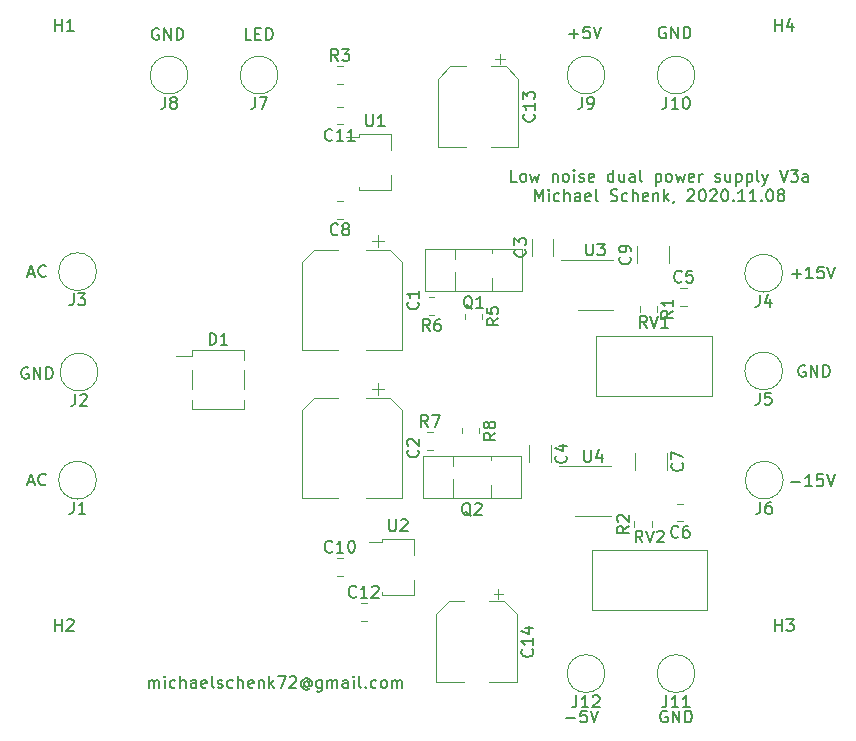
<source format=gbr>
G04 #@! TF.GenerationSoftware,KiCad,Pcbnew,(5.1.7-0-10_14)*
G04 #@! TF.CreationDate,2020-11-09T14:56:20+01:00*
G04 #@! TF.ProjectId,lv-lownoise-psu,6c762d6c-6f77-46e6-9f69-73652d707375,rev?*
G04 #@! TF.SameCoordinates,Original*
G04 #@! TF.FileFunction,Legend,Top*
G04 #@! TF.FilePolarity,Positive*
%FSLAX46Y46*%
G04 Gerber Fmt 4.6, Leading zero omitted, Abs format (unit mm)*
G04 Created by KiCad (PCBNEW (5.1.7-0-10_14)) date 2020-11-09 14:56:20*
%MOMM*%
%LPD*%
G01*
G04 APERTURE LIST*
%ADD10C,0.150000*%
%ADD11C,0.120000*%
G04 APERTURE END LIST*
D10*
X136017095Y-28964000D02*
X135921857Y-28916380D01*
X135779000Y-28916380D01*
X135636142Y-28964000D01*
X135540904Y-29059238D01*
X135493285Y-29154476D01*
X135445666Y-29344952D01*
X135445666Y-29487809D01*
X135493285Y-29678285D01*
X135540904Y-29773523D01*
X135636142Y-29868761D01*
X135779000Y-29916380D01*
X135874238Y-29916380D01*
X136017095Y-29868761D01*
X136064714Y-29821142D01*
X136064714Y-29487809D01*
X135874238Y-29487809D01*
X136493285Y-29916380D02*
X136493285Y-28916380D01*
X137064714Y-29916380D01*
X137064714Y-28916380D01*
X137540904Y-29916380D02*
X137540904Y-28916380D01*
X137779000Y-28916380D01*
X137921857Y-28964000D01*
X138017095Y-29059238D01*
X138064714Y-29154476D01*
X138112333Y-29344952D01*
X138112333Y-29487809D01*
X138064714Y-29678285D01*
X138017095Y-29773523D01*
X137921857Y-29868761D01*
X137779000Y-29916380D01*
X137540904Y-29916380D01*
X127873285Y-29535428D02*
X128635190Y-29535428D01*
X128254238Y-29916380D02*
X128254238Y-29154476D01*
X129587571Y-28916380D02*
X129111380Y-28916380D01*
X129063761Y-29392571D01*
X129111380Y-29344952D01*
X129206619Y-29297333D01*
X129444714Y-29297333D01*
X129539952Y-29344952D01*
X129587571Y-29392571D01*
X129635190Y-29487809D01*
X129635190Y-29725904D01*
X129587571Y-29821142D01*
X129539952Y-29868761D01*
X129444714Y-29916380D01*
X129206619Y-29916380D01*
X129111380Y-29868761D01*
X129063761Y-29821142D01*
X129920904Y-28916380D02*
X130254238Y-29916380D01*
X130587571Y-28916380D01*
X127619285Y-87447428D02*
X128381190Y-87447428D01*
X129333571Y-86828380D02*
X128857380Y-86828380D01*
X128809761Y-87304571D01*
X128857380Y-87256952D01*
X128952619Y-87209333D01*
X129190714Y-87209333D01*
X129285952Y-87256952D01*
X129333571Y-87304571D01*
X129381190Y-87399809D01*
X129381190Y-87637904D01*
X129333571Y-87733142D01*
X129285952Y-87780761D01*
X129190714Y-87828380D01*
X128952619Y-87828380D01*
X128857380Y-87780761D01*
X128809761Y-87733142D01*
X129666904Y-86828380D02*
X130000238Y-87828380D01*
X130333571Y-86828380D01*
X136144095Y-86876000D02*
X136048857Y-86828380D01*
X135906000Y-86828380D01*
X135763142Y-86876000D01*
X135667904Y-86971238D01*
X135620285Y-87066476D01*
X135572666Y-87256952D01*
X135572666Y-87399809D01*
X135620285Y-87590285D01*
X135667904Y-87685523D01*
X135763142Y-87780761D01*
X135906000Y-87828380D01*
X136001238Y-87828380D01*
X136144095Y-87780761D01*
X136191714Y-87733142D01*
X136191714Y-87399809D01*
X136001238Y-87399809D01*
X136620285Y-87828380D02*
X136620285Y-86828380D01*
X137191714Y-87828380D01*
X137191714Y-86828380D01*
X137667904Y-87828380D02*
X137667904Y-86828380D01*
X137906000Y-86828380D01*
X138048857Y-86876000D01*
X138144095Y-86971238D01*
X138191714Y-87066476D01*
X138239333Y-87256952D01*
X138239333Y-87399809D01*
X138191714Y-87590285D01*
X138144095Y-87685523D01*
X138048857Y-87780761D01*
X137906000Y-87828380D01*
X137667904Y-87828380D01*
X93091095Y-29091000D02*
X92995857Y-29043380D01*
X92853000Y-29043380D01*
X92710142Y-29091000D01*
X92614904Y-29186238D01*
X92567285Y-29281476D01*
X92519666Y-29471952D01*
X92519666Y-29614809D01*
X92567285Y-29805285D01*
X92614904Y-29900523D01*
X92710142Y-29995761D01*
X92853000Y-30043380D01*
X92948238Y-30043380D01*
X93091095Y-29995761D01*
X93138714Y-29948142D01*
X93138714Y-29614809D01*
X92948238Y-29614809D01*
X93567285Y-30043380D02*
X93567285Y-29043380D01*
X94138714Y-30043380D01*
X94138714Y-29043380D01*
X94614904Y-30043380D02*
X94614904Y-29043380D01*
X94853000Y-29043380D01*
X94995857Y-29091000D01*
X95091095Y-29186238D01*
X95138714Y-29281476D01*
X95186333Y-29471952D01*
X95186333Y-29614809D01*
X95138714Y-29805285D01*
X95091095Y-29900523D01*
X94995857Y-29995761D01*
X94853000Y-30043380D01*
X94614904Y-30043380D01*
X100957142Y-30043380D02*
X100480952Y-30043380D01*
X100480952Y-29043380D01*
X101290476Y-29519571D02*
X101623809Y-29519571D01*
X101766666Y-30043380D02*
X101290476Y-30043380D01*
X101290476Y-29043380D01*
X101766666Y-29043380D01*
X102195238Y-30043380D02*
X102195238Y-29043380D01*
X102433333Y-29043380D01*
X102576190Y-29091000D01*
X102671428Y-29186238D01*
X102719047Y-29281476D01*
X102766666Y-29471952D01*
X102766666Y-29614809D01*
X102719047Y-29805285D01*
X102671428Y-29900523D01*
X102576190Y-29995761D01*
X102433333Y-30043380D01*
X102195238Y-30043380D01*
X123413761Y-42045380D02*
X122937571Y-42045380D01*
X122937571Y-41045380D01*
X123889952Y-42045380D02*
X123794714Y-41997761D01*
X123747095Y-41950142D01*
X123699476Y-41854904D01*
X123699476Y-41569190D01*
X123747095Y-41473952D01*
X123794714Y-41426333D01*
X123889952Y-41378714D01*
X124032809Y-41378714D01*
X124128047Y-41426333D01*
X124175666Y-41473952D01*
X124223285Y-41569190D01*
X124223285Y-41854904D01*
X124175666Y-41950142D01*
X124128047Y-41997761D01*
X124032809Y-42045380D01*
X123889952Y-42045380D01*
X124556619Y-41378714D02*
X124747095Y-42045380D01*
X124937571Y-41569190D01*
X125128047Y-42045380D01*
X125318523Y-41378714D01*
X126461380Y-41378714D02*
X126461380Y-42045380D01*
X126461380Y-41473952D02*
X126508999Y-41426333D01*
X126604238Y-41378714D01*
X126747095Y-41378714D01*
X126842333Y-41426333D01*
X126889952Y-41521571D01*
X126889952Y-42045380D01*
X127508999Y-42045380D02*
X127413761Y-41997761D01*
X127366142Y-41950142D01*
X127318523Y-41854904D01*
X127318523Y-41569190D01*
X127366142Y-41473952D01*
X127413761Y-41426333D01*
X127508999Y-41378714D01*
X127651857Y-41378714D01*
X127747095Y-41426333D01*
X127794714Y-41473952D01*
X127842333Y-41569190D01*
X127842333Y-41854904D01*
X127794714Y-41950142D01*
X127747095Y-41997761D01*
X127651857Y-42045380D01*
X127508999Y-42045380D01*
X128270904Y-42045380D02*
X128270904Y-41378714D01*
X128270904Y-41045380D02*
X128223285Y-41093000D01*
X128270904Y-41140619D01*
X128318523Y-41093000D01*
X128270904Y-41045380D01*
X128270904Y-41140619D01*
X128699476Y-41997761D02*
X128794714Y-42045380D01*
X128985190Y-42045380D01*
X129080428Y-41997761D01*
X129128047Y-41902523D01*
X129128047Y-41854904D01*
X129080428Y-41759666D01*
X128985190Y-41712047D01*
X128842333Y-41712047D01*
X128747095Y-41664428D01*
X128699476Y-41569190D01*
X128699476Y-41521571D01*
X128747095Y-41426333D01*
X128842333Y-41378714D01*
X128985190Y-41378714D01*
X129080428Y-41426333D01*
X129937571Y-41997761D02*
X129842333Y-42045380D01*
X129651857Y-42045380D01*
X129556619Y-41997761D01*
X129508999Y-41902523D01*
X129508999Y-41521571D01*
X129556619Y-41426333D01*
X129651857Y-41378714D01*
X129842333Y-41378714D01*
X129937571Y-41426333D01*
X129985190Y-41521571D01*
X129985190Y-41616809D01*
X129508999Y-41712047D01*
X131604238Y-42045380D02*
X131604238Y-41045380D01*
X131604238Y-41997761D02*
X131508999Y-42045380D01*
X131318523Y-42045380D01*
X131223285Y-41997761D01*
X131175666Y-41950142D01*
X131128047Y-41854904D01*
X131128047Y-41569190D01*
X131175666Y-41473952D01*
X131223285Y-41426333D01*
X131318523Y-41378714D01*
X131508999Y-41378714D01*
X131604238Y-41426333D01*
X132508999Y-41378714D02*
X132508999Y-42045380D01*
X132080428Y-41378714D02*
X132080428Y-41902523D01*
X132128047Y-41997761D01*
X132223285Y-42045380D01*
X132366142Y-42045380D01*
X132461380Y-41997761D01*
X132508999Y-41950142D01*
X133413761Y-42045380D02*
X133413761Y-41521571D01*
X133366142Y-41426333D01*
X133270904Y-41378714D01*
X133080428Y-41378714D01*
X132985190Y-41426333D01*
X133413761Y-41997761D02*
X133318523Y-42045380D01*
X133080428Y-42045380D01*
X132985190Y-41997761D01*
X132937571Y-41902523D01*
X132937571Y-41807285D01*
X132985190Y-41712047D01*
X133080428Y-41664428D01*
X133318523Y-41664428D01*
X133413761Y-41616809D01*
X134032809Y-42045380D02*
X133937571Y-41997761D01*
X133889952Y-41902523D01*
X133889952Y-41045380D01*
X135175666Y-41378714D02*
X135175666Y-42378714D01*
X135175666Y-41426333D02*
X135270904Y-41378714D01*
X135461380Y-41378714D01*
X135556619Y-41426333D01*
X135604238Y-41473952D01*
X135651857Y-41569190D01*
X135651857Y-41854904D01*
X135604238Y-41950142D01*
X135556619Y-41997761D01*
X135461380Y-42045380D01*
X135270904Y-42045380D01*
X135175666Y-41997761D01*
X136223285Y-42045380D02*
X136128047Y-41997761D01*
X136080428Y-41950142D01*
X136032809Y-41854904D01*
X136032809Y-41569190D01*
X136080428Y-41473952D01*
X136128047Y-41426333D01*
X136223285Y-41378714D01*
X136366142Y-41378714D01*
X136461380Y-41426333D01*
X136509000Y-41473952D01*
X136556619Y-41569190D01*
X136556619Y-41854904D01*
X136509000Y-41950142D01*
X136461380Y-41997761D01*
X136366142Y-42045380D01*
X136223285Y-42045380D01*
X136889952Y-41378714D02*
X137080428Y-42045380D01*
X137270904Y-41569190D01*
X137461380Y-42045380D01*
X137651857Y-41378714D01*
X138413761Y-41997761D02*
X138318523Y-42045380D01*
X138128047Y-42045380D01*
X138032809Y-41997761D01*
X137985190Y-41902523D01*
X137985190Y-41521571D01*
X138032809Y-41426333D01*
X138128047Y-41378714D01*
X138318523Y-41378714D01*
X138413761Y-41426333D01*
X138461380Y-41521571D01*
X138461380Y-41616809D01*
X137985190Y-41712047D01*
X138889952Y-42045380D02*
X138889952Y-41378714D01*
X138889952Y-41569190D02*
X138937571Y-41473952D01*
X138985190Y-41426333D01*
X139080428Y-41378714D01*
X139175666Y-41378714D01*
X140223285Y-41997761D02*
X140318523Y-42045380D01*
X140509000Y-42045380D01*
X140604238Y-41997761D01*
X140651857Y-41902523D01*
X140651857Y-41854904D01*
X140604238Y-41759666D01*
X140509000Y-41712047D01*
X140366142Y-41712047D01*
X140270904Y-41664428D01*
X140223285Y-41569190D01*
X140223285Y-41521571D01*
X140270904Y-41426333D01*
X140366142Y-41378714D01*
X140509000Y-41378714D01*
X140604238Y-41426333D01*
X141509000Y-41378714D02*
X141509000Y-42045380D01*
X141080428Y-41378714D02*
X141080428Y-41902523D01*
X141128047Y-41997761D01*
X141223285Y-42045380D01*
X141366142Y-42045380D01*
X141461380Y-41997761D01*
X141509000Y-41950142D01*
X141985190Y-41378714D02*
X141985190Y-42378714D01*
X141985190Y-41426333D02*
X142080428Y-41378714D01*
X142270904Y-41378714D01*
X142366142Y-41426333D01*
X142413761Y-41473952D01*
X142461380Y-41569190D01*
X142461380Y-41854904D01*
X142413761Y-41950142D01*
X142366142Y-41997761D01*
X142270904Y-42045380D01*
X142080428Y-42045380D01*
X141985190Y-41997761D01*
X142889952Y-41378714D02*
X142889952Y-42378714D01*
X142889952Y-41426333D02*
X142985190Y-41378714D01*
X143175666Y-41378714D01*
X143270904Y-41426333D01*
X143318523Y-41473952D01*
X143366142Y-41569190D01*
X143366142Y-41854904D01*
X143318523Y-41950142D01*
X143270904Y-41997761D01*
X143175666Y-42045380D01*
X142985190Y-42045380D01*
X142889952Y-41997761D01*
X143937571Y-42045380D02*
X143842333Y-41997761D01*
X143794714Y-41902523D01*
X143794714Y-41045380D01*
X144223285Y-41378714D02*
X144461380Y-42045380D01*
X144699476Y-41378714D02*
X144461380Y-42045380D01*
X144366142Y-42283476D01*
X144318523Y-42331095D01*
X144223285Y-42378714D01*
X145699476Y-41045380D02*
X146032809Y-42045380D01*
X146366142Y-41045380D01*
X146604238Y-41045380D02*
X147223285Y-41045380D01*
X146889952Y-41426333D01*
X147032809Y-41426333D01*
X147128047Y-41473952D01*
X147175666Y-41521571D01*
X147223285Y-41616809D01*
X147223285Y-41854904D01*
X147175666Y-41950142D01*
X147128047Y-41997761D01*
X147032809Y-42045380D01*
X146747095Y-42045380D01*
X146651857Y-41997761D01*
X146604238Y-41950142D01*
X148080428Y-42045380D02*
X148080428Y-41521571D01*
X148032809Y-41426333D01*
X147937571Y-41378714D01*
X147747095Y-41378714D01*
X147651857Y-41426333D01*
X148080428Y-41997761D02*
X147985190Y-42045380D01*
X147747095Y-42045380D01*
X147651857Y-41997761D01*
X147604238Y-41902523D01*
X147604238Y-41807285D01*
X147651857Y-41712047D01*
X147747095Y-41664428D01*
X147985190Y-41664428D01*
X148080428Y-41616809D01*
X124985190Y-43695380D02*
X124985190Y-42695380D01*
X125318523Y-43409666D01*
X125651857Y-42695380D01*
X125651857Y-43695380D01*
X126128047Y-43695380D02*
X126128047Y-43028714D01*
X126128047Y-42695380D02*
X126080428Y-42743000D01*
X126128047Y-42790619D01*
X126175666Y-42743000D01*
X126128047Y-42695380D01*
X126128047Y-42790619D01*
X127032809Y-43647761D02*
X126937571Y-43695380D01*
X126747095Y-43695380D01*
X126651857Y-43647761D01*
X126604238Y-43600142D01*
X126556619Y-43504904D01*
X126556619Y-43219190D01*
X126604238Y-43123952D01*
X126651857Y-43076333D01*
X126747095Y-43028714D01*
X126937571Y-43028714D01*
X127032809Y-43076333D01*
X127461380Y-43695380D02*
X127461380Y-42695380D01*
X127889952Y-43695380D02*
X127889952Y-43171571D01*
X127842333Y-43076333D01*
X127747095Y-43028714D01*
X127604238Y-43028714D01*
X127509000Y-43076333D01*
X127461380Y-43123952D01*
X128794714Y-43695380D02*
X128794714Y-43171571D01*
X128747095Y-43076333D01*
X128651857Y-43028714D01*
X128461380Y-43028714D01*
X128366142Y-43076333D01*
X128794714Y-43647761D02*
X128699476Y-43695380D01*
X128461380Y-43695380D01*
X128366142Y-43647761D01*
X128318523Y-43552523D01*
X128318523Y-43457285D01*
X128366142Y-43362047D01*
X128461380Y-43314428D01*
X128699476Y-43314428D01*
X128794714Y-43266809D01*
X129651857Y-43647761D02*
X129556619Y-43695380D01*
X129366142Y-43695380D01*
X129270904Y-43647761D01*
X129223285Y-43552523D01*
X129223285Y-43171571D01*
X129270904Y-43076333D01*
X129366142Y-43028714D01*
X129556619Y-43028714D01*
X129651857Y-43076333D01*
X129699476Y-43171571D01*
X129699476Y-43266809D01*
X129223285Y-43362047D01*
X130270904Y-43695380D02*
X130175666Y-43647761D01*
X130128047Y-43552523D01*
X130128047Y-42695380D01*
X131366142Y-43647761D02*
X131509000Y-43695380D01*
X131747095Y-43695380D01*
X131842333Y-43647761D01*
X131889952Y-43600142D01*
X131937571Y-43504904D01*
X131937571Y-43409666D01*
X131889952Y-43314428D01*
X131842333Y-43266809D01*
X131747095Y-43219190D01*
X131556619Y-43171571D01*
X131461380Y-43123952D01*
X131413761Y-43076333D01*
X131366142Y-42981095D01*
X131366142Y-42885857D01*
X131413761Y-42790619D01*
X131461380Y-42743000D01*
X131556619Y-42695380D01*
X131794714Y-42695380D01*
X131937571Y-42743000D01*
X132794714Y-43647761D02*
X132699476Y-43695380D01*
X132509000Y-43695380D01*
X132413761Y-43647761D01*
X132366142Y-43600142D01*
X132318523Y-43504904D01*
X132318523Y-43219190D01*
X132366142Y-43123952D01*
X132413761Y-43076333D01*
X132509000Y-43028714D01*
X132699476Y-43028714D01*
X132794714Y-43076333D01*
X133223285Y-43695380D02*
X133223285Y-42695380D01*
X133651857Y-43695380D02*
X133651857Y-43171571D01*
X133604238Y-43076333D01*
X133509000Y-43028714D01*
X133366142Y-43028714D01*
X133270904Y-43076333D01*
X133223285Y-43123952D01*
X134509000Y-43647761D02*
X134413761Y-43695380D01*
X134223285Y-43695380D01*
X134128047Y-43647761D01*
X134080428Y-43552523D01*
X134080428Y-43171571D01*
X134128047Y-43076333D01*
X134223285Y-43028714D01*
X134413761Y-43028714D01*
X134509000Y-43076333D01*
X134556619Y-43171571D01*
X134556619Y-43266809D01*
X134080428Y-43362047D01*
X134985190Y-43028714D02*
X134985190Y-43695380D01*
X134985190Y-43123952D02*
X135032809Y-43076333D01*
X135128047Y-43028714D01*
X135270904Y-43028714D01*
X135366142Y-43076333D01*
X135413761Y-43171571D01*
X135413761Y-43695380D01*
X135889952Y-43695380D02*
X135889952Y-42695380D01*
X135985190Y-43314428D02*
X136270904Y-43695380D01*
X136270904Y-43028714D02*
X135889952Y-43409666D01*
X136747095Y-43647761D02*
X136747095Y-43695380D01*
X136699476Y-43790619D01*
X136651857Y-43838238D01*
X137889952Y-42790619D02*
X137937571Y-42743000D01*
X138032809Y-42695380D01*
X138270904Y-42695380D01*
X138366142Y-42743000D01*
X138413761Y-42790619D01*
X138461380Y-42885857D01*
X138461380Y-42981095D01*
X138413761Y-43123952D01*
X137842333Y-43695380D01*
X138461380Y-43695380D01*
X139080428Y-42695380D02*
X139175666Y-42695380D01*
X139270904Y-42743000D01*
X139318523Y-42790619D01*
X139366142Y-42885857D01*
X139413761Y-43076333D01*
X139413761Y-43314428D01*
X139366142Y-43504904D01*
X139318523Y-43600142D01*
X139270904Y-43647761D01*
X139175666Y-43695380D01*
X139080428Y-43695380D01*
X138985190Y-43647761D01*
X138937571Y-43600142D01*
X138889952Y-43504904D01*
X138842333Y-43314428D01*
X138842333Y-43076333D01*
X138889952Y-42885857D01*
X138937571Y-42790619D01*
X138985190Y-42743000D01*
X139080428Y-42695380D01*
X139794714Y-42790619D02*
X139842333Y-42743000D01*
X139937571Y-42695380D01*
X140175666Y-42695380D01*
X140270904Y-42743000D01*
X140318523Y-42790619D01*
X140366142Y-42885857D01*
X140366142Y-42981095D01*
X140318523Y-43123952D01*
X139747095Y-43695380D01*
X140366142Y-43695380D01*
X140985190Y-42695380D02*
X141080428Y-42695380D01*
X141175666Y-42743000D01*
X141223285Y-42790619D01*
X141270904Y-42885857D01*
X141318523Y-43076333D01*
X141318523Y-43314428D01*
X141270904Y-43504904D01*
X141223285Y-43600142D01*
X141175666Y-43647761D01*
X141080428Y-43695380D01*
X140985190Y-43695380D01*
X140889952Y-43647761D01*
X140842333Y-43600142D01*
X140794714Y-43504904D01*
X140747095Y-43314428D01*
X140747095Y-43076333D01*
X140794714Y-42885857D01*
X140842333Y-42790619D01*
X140889952Y-42743000D01*
X140985190Y-42695380D01*
X141747095Y-43600142D02*
X141794714Y-43647761D01*
X141747095Y-43695380D01*
X141699476Y-43647761D01*
X141747095Y-43600142D01*
X141747095Y-43695380D01*
X142747095Y-43695380D02*
X142175666Y-43695380D01*
X142461380Y-43695380D02*
X142461380Y-42695380D01*
X142366142Y-42838238D01*
X142270904Y-42933476D01*
X142175666Y-42981095D01*
X143699476Y-43695380D02*
X143128047Y-43695380D01*
X143413761Y-43695380D02*
X143413761Y-42695380D01*
X143318523Y-42838238D01*
X143223285Y-42933476D01*
X143128047Y-42981095D01*
X144128047Y-43600142D02*
X144175666Y-43647761D01*
X144128047Y-43695380D01*
X144080428Y-43647761D01*
X144128047Y-43600142D01*
X144128047Y-43695380D01*
X144794714Y-42695380D02*
X144889952Y-42695380D01*
X144985190Y-42743000D01*
X145032809Y-42790619D01*
X145080428Y-42885857D01*
X145128047Y-43076333D01*
X145128047Y-43314428D01*
X145080428Y-43504904D01*
X145032809Y-43600142D01*
X144985190Y-43647761D01*
X144889952Y-43695380D01*
X144794714Y-43695380D01*
X144699476Y-43647761D01*
X144651857Y-43600142D01*
X144604238Y-43504904D01*
X144556619Y-43314428D01*
X144556619Y-43076333D01*
X144604238Y-42885857D01*
X144651857Y-42790619D01*
X144699476Y-42743000D01*
X144794714Y-42695380D01*
X145699476Y-43123952D02*
X145604238Y-43076333D01*
X145556619Y-43028714D01*
X145509000Y-42933476D01*
X145509000Y-42885857D01*
X145556619Y-42790619D01*
X145604238Y-42743000D01*
X145699476Y-42695380D01*
X145889952Y-42695380D01*
X145985190Y-42743000D01*
X146032809Y-42790619D01*
X146080428Y-42885857D01*
X146080428Y-42933476D01*
X146032809Y-43028714D01*
X145985190Y-43076333D01*
X145889952Y-43123952D01*
X145699476Y-43123952D01*
X145604238Y-43171571D01*
X145556619Y-43219190D01*
X145509000Y-43314428D01*
X145509000Y-43504904D01*
X145556619Y-43600142D01*
X145604238Y-43647761D01*
X145699476Y-43695380D01*
X145889952Y-43695380D01*
X145985190Y-43647761D01*
X146032809Y-43600142D01*
X146080428Y-43504904D01*
X146080428Y-43314428D01*
X146032809Y-43219190D01*
X145985190Y-43171571D01*
X145889952Y-43123952D01*
X92282714Y-84907380D02*
X92282714Y-84240714D01*
X92282714Y-84335952D02*
X92330333Y-84288333D01*
X92425571Y-84240714D01*
X92568428Y-84240714D01*
X92663666Y-84288333D01*
X92711285Y-84383571D01*
X92711285Y-84907380D01*
X92711285Y-84383571D02*
X92758904Y-84288333D01*
X92854142Y-84240714D01*
X92997000Y-84240714D01*
X93092238Y-84288333D01*
X93139857Y-84383571D01*
X93139857Y-84907380D01*
X93616047Y-84907380D02*
X93616047Y-84240714D01*
X93616047Y-83907380D02*
X93568428Y-83955000D01*
X93616047Y-84002619D01*
X93663666Y-83955000D01*
X93616047Y-83907380D01*
X93616047Y-84002619D01*
X94520809Y-84859761D02*
X94425571Y-84907380D01*
X94235095Y-84907380D01*
X94139857Y-84859761D01*
X94092238Y-84812142D01*
X94044619Y-84716904D01*
X94044619Y-84431190D01*
X94092238Y-84335952D01*
X94139857Y-84288333D01*
X94235095Y-84240714D01*
X94425571Y-84240714D01*
X94520809Y-84288333D01*
X94949380Y-84907380D02*
X94949380Y-83907380D01*
X95377952Y-84907380D02*
X95377952Y-84383571D01*
X95330333Y-84288333D01*
X95235095Y-84240714D01*
X95092238Y-84240714D01*
X94997000Y-84288333D01*
X94949380Y-84335952D01*
X96282714Y-84907380D02*
X96282714Y-84383571D01*
X96235095Y-84288333D01*
X96139857Y-84240714D01*
X95949380Y-84240714D01*
X95854142Y-84288333D01*
X96282714Y-84859761D02*
X96187476Y-84907380D01*
X95949380Y-84907380D01*
X95854142Y-84859761D01*
X95806523Y-84764523D01*
X95806523Y-84669285D01*
X95854142Y-84574047D01*
X95949380Y-84526428D01*
X96187476Y-84526428D01*
X96282714Y-84478809D01*
X97139857Y-84859761D02*
X97044619Y-84907380D01*
X96854142Y-84907380D01*
X96758904Y-84859761D01*
X96711285Y-84764523D01*
X96711285Y-84383571D01*
X96758904Y-84288333D01*
X96854142Y-84240714D01*
X97044619Y-84240714D01*
X97139857Y-84288333D01*
X97187476Y-84383571D01*
X97187476Y-84478809D01*
X96711285Y-84574047D01*
X97758904Y-84907380D02*
X97663666Y-84859761D01*
X97616047Y-84764523D01*
X97616047Y-83907380D01*
X98092238Y-84859761D02*
X98187476Y-84907380D01*
X98377952Y-84907380D01*
X98473190Y-84859761D01*
X98520809Y-84764523D01*
X98520809Y-84716904D01*
X98473190Y-84621666D01*
X98377952Y-84574047D01*
X98235095Y-84574047D01*
X98139857Y-84526428D01*
X98092238Y-84431190D01*
X98092238Y-84383571D01*
X98139857Y-84288333D01*
X98235095Y-84240714D01*
X98377952Y-84240714D01*
X98473190Y-84288333D01*
X99377952Y-84859761D02*
X99282714Y-84907380D01*
X99092238Y-84907380D01*
X98997000Y-84859761D01*
X98949380Y-84812142D01*
X98901761Y-84716904D01*
X98901761Y-84431190D01*
X98949380Y-84335952D01*
X98997000Y-84288333D01*
X99092238Y-84240714D01*
X99282714Y-84240714D01*
X99377952Y-84288333D01*
X99806523Y-84907380D02*
X99806523Y-83907380D01*
X100235095Y-84907380D02*
X100235095Y-84383571D01*
X100187476Y-84288333D01*
X100092238Y-84240714D01*
X99949380Y-84240714D01*
X99854142Y-84288333D01*
X99806523Y-84335952D01*
X101092238Y-84859761D02*
X100997000Y-84907380D01*
X100806523Y-84907380D01*
X100711285Y-84859761D01*
X100663666Y-84764523D01*
X100663666Y-84383571D01*
X100711285Y-84288333D01*
X100806523Y-84240714D01*
X100997000Y-84240714D01*
X101092238Y-84288333D01*
X101139857Y-84383571D01*
X101139857Y-84478809D01*
X100663666Y-84574047D01*
X101568428Y-84240714D02*
X101568428Y-84907380D01*
X101568428Y-84335952D02*
X101616047Y-84288333D01*
X101711285Y-84240714D01*
X101854142Y-84240714D01*
X101949380Y-84288333D01*
X101997000Y-84383571D01*
X101997000Y-84907380D01*
X102473190Y-84907380D02*
X102473190Y-83907380D01*
X102568428Y-84526428D02*
X102854142Y-84907380D01*
X102854142Y-84240714D02*
X102473190Y-84621666D01*
X103187476Y-83907380D02*
X103854142Y-83907380D01*
X103425571Y-84907380D01*
X104187476Y-84002619D02*
X104235095Y-83955000D01*
X104330333Y-83907380D01*
X104568428Y-83907380D01*
X104663666Y-83955000D01*
X104711285Y-84002619D01*
X104758904Y-84097857D01*
X104758904Y-84193095D01*
X104711285Y-84335952D01*
X104139857Y-84907380D01*
X104758904Y-84907380D01*
X105806523Y-84431190D02*
X105758904Y-84383571D01*
X105663666Y-84335952D01*
X105568428Y-84335952D01*
X105473190Y-84383571D01*
X105425571Y-84431190D01*
X105377952Y-84526428D01*
X105377952Y-84621666D01*
X105425571Y-84716904D01*
X105473190Y-84764523D01*
X105568428Y-84812142D01*
X105663666Y-84812142D01*
X105758904Y-84764523D01*
X105806523Y-84716904D01*
X105806523Y-84335952D02*
X105806523Y-84716904D01*
X105854142Y-84764523D01*
X105901761Y-84764523D01*
X105997000Y-84716904D01*
X106044619Y-84621666D01*
X106044619Y-84383571D01*
X105949380Y-84240714D01*
X105806523Y-84145476D01*
X105616047Y-84097857D01*
X105425571Y-84145476D01*
X105282714Y-84240714D01*
X105187476Y-84383571D01*
X105139857Y-84574047D01*
X105187476Y-84764523D01*
X105282714Y-84907380D01*
X105425571Y-85002619D01*
X105616047Y-85050238D01*
X105806523Y-85002619D01*
X105949380Y-84907380D01*
X106901761Y-84240714D02*
X106901761Y-85050238D01*
X106854142Y-85145476D01*
X106806523Y-85193095D01*
X106711285Y-85240714D01*
X106568428Y-85240714D01*
X106473190Y-85193095D01*
X106901761Y-84859761D02*
X106806523Y-84907380D01*
X106616047Y-84907380D01*
X106520809Y-84859761D01*
X106473190Y-84812142D01*
X106425571Y-84716904D01*
X106425571Y-84431190D01*
X106473190Y-84335952D01*
X106520809Y-84288333D01*
X106616047Y-84240714D01*
X106806523Y-84240714D01*
X106901761Y-84288333D01*
X107377952Y-84907380D02*
X107377952Y-84240714D01*
X107377952Y-84335952D02*
X107425571Y-84288333D01*
X107520809Y-84240714D01*
X107663666Y-84240714D01*
X107758904Y-84288333D01*
X107806523Y-84383571D01*
X107806523Y-84907380D01*
X107806523Y-84383571D02*
X107854142Y-84288333D01*
X107949380Y-84240714D01*
X108092238Y-84240714D01*
X108187476Y-84288333D01*
X108235095Y-84383571D01*
X108235095Y-84907380D01*
X109139857Y-84907380D02*
X109139857Y-84383571D01*
X109092238Y-84288333D01*
X108997000Y-84240714D01*
X108806523Y-84240714D01*
X108711285Y-84288333D01*
X109139857Y-84859761D02*
X109044619Y-84907380D01*
X108806523Y-84907380D01*
X108711285Y-84859761D01*
X108663666Y-84764523D01*
X108663666Y-84669285D01*
X108711285Y-84574047D01*
X108806523Y-84526428D01*
X109044619Y-84526428D01*
X109139857Y-84478809D01*
X109616047Y-84907380D02*
X109616047Y-84240714D01*
X109616047Y-83907380D02*
X109568428Y-83955000D01*
X109616047Y-84002619D01*
X109663666Y-83955000D01*
X109616047Y-83907380D01*
X109616047Y-84002619D01*
X110235095Y-84907380D02*
X110139857Y-84859761D01*
X110092238Y-84764523D01*
X110092238Y-83907380D01*
X110616047Y-84812142D02*
X110663666Y-84859761D01*
X110616047Y-84907380D01*
X110568428Y-84859761D01*
X110616047Y-84812142D01*
X110616047Y-84907380D01*
X111520809Y-84859761D02*
X111425571Y-84907380D01*
X111235095Y-84907380D01*
X111139857Y-84859761D01*
X111092238Y-84812142D01*
X111044619Y-84716904D01*
X111044619Y-84431190D01*
X111092238Y-84335952D01*
X111139857Y-84288333D01*
X111235095Y-84240714D01*
X111425571Y-84240714D01*
X111520809Y-84288333D01*
X112092238Y-84907380D02*
X111997000Y-84859761D01*
X111949380Y-84812142D01*
X111901761Y-84716904D01*
X111901761Y-84431190D01*
X111949380Y-84335952D01*
X111997000Y-84288333D01*
X112092238Y-84240714D01*
X112235095Y-84240714D01*
X112330333Y-84288333D01*
X112377952Y-84335952D01*
X112425571Y-84431190D01*
X112425571Y-84716904D01*
X112377952Y-84812142D01*
X112330333Y-84859761D01*
X112235095Y-84907380D01*
X112092238Y-84907380D01*
X112854142Y-84907380D02*
X112854142Y-84240714D01*
X112854142Y-84335952D02*
X112901761Y-84288333D01*
X112997000Y-84240714D01*
X113139857Y-84240714D01*
X113235095Y-84288333D01*
X113282714Y-84383571D01*
X113282714Y-84907380D01*
X113282714Y-84383571D02*
X113330333Y-84288333D01*
X113425571Y-84240714D01*
X113568428Y-84240714D01*
X113663666Y-84288333D01*
X113711285Y-84383571D01*
X113711285Y-84907380D01*
X82042095Y-57793000D02*
X81946857Y-57745380D01*
X81804000Y-57745380D01*
X81661142Y-57793000D01*
X81565904Y-57888238D01*
X81518285Y-57983476D01*
X81470666Y-58173952D01*
X81470666Y-58316809D01*
X81518285Y-58507285D01*
X81565904Y-58602523D01*
X81661142Y-58697761D01*
X81804000Y-58745380D01*
X81899238Y-58745380D01*
X82042095Y-58697761D01*
X82089714Y-58650142D01*
X82089714Y-58316809D01*
X81899238Y-58316809D01*
X82518285Y-58745380D02*
X82518285Y-57745380D01*
X83089714Y-58745380D01*
X83089714Y-57745380D01*
X83565904Y-58745380D02*
X83565904Y-57745380D01*
X83804000Y-57745380D01*
X83946857Y-57793000D01*
X84042095Y-57888238D01*
X84089714Y-57983476D01*
X84137333Y-58173952D01*
X84137333Y-58316809D01*
X84089714Y-58507285D01*
X84042095Y-58602523D01*
X83946857Y-58697761D01*
X83804000Y-58745380D01*
X83565904Y-58745380D01*
X82065904Y-67476666D02*
X82542095Y-67476666D01*
X81970666Y-67762380D02*
X82304000Y-66762380D01*
X82637333Y-67762380D01*
X83542095Y-67667142D02*
X83494476Y-67714761D01*
X83351619Y-67762380D01*
X83256380Y-67762380D01*
X83113523Y-67714761D01*
X83018285Y-67619523D01*
X82970666Y-67524285D01*
X82923047Y-67333809D01*
X82923047Y-67190952D01*
X82970666Y-67000476D01*
X83018285Y-66905238D01*
X83113523Y-66810000D01*
X83256380Y-66762380D01*
X83351619Y-66762380D01*
X83494476Y-66810000D01*
X83542095Y-66857619D01*
X82065904Y-49823666D02*
X82542095Y-49823666D01*
X81970666Y-50109380D02*
X82304000Y-49109380D01*
X82637333Y-50109380D01*
X83542095Y-50014142D02*
X83494476Y-50061761D01*
X83351619Y-50109380D01*
X83256380Y-50109380D01*
X83113523Y-50061761D01*
X83018285Y-49966523D01*
X82970666Y-49871285D01*
X82923047Y-49680809D01*
X82923047Y-49537952D01*
X82970666Y-49347476D01*
X83018285Y-49252238D01*
X83113523Y-49157000D01*
X83256380Y-49109380D01*
X83351619Y-49109380D01*
X83494476Y-49157000D01*
X83542095Y-49204619D01*
X146675695Y-67432228D02*
X147437600Y-67432228D01*
X148437600Y-67813180D02*
X147866171Y-67813180D01*
X148151885Y-67813180D02*
X148151885Y-66813180D01*
X148056647Y-66956038D01*
X147961409Y-67051276D01*
X147866171Y-67098895D01*
X149342361Y-66813180D02*
X148866171Y-66813180D01*
X148818552Y-67289371D01*
X148866171Y-67241752D01*
X148961409Y-67194133D01*
X149199504Y-67194133D01*
X149294742Y-67241752D01*
X149342361Y-67289371D01*
X149389980Y-67384609D01*
X149389980Y-67622704D01*
X149342361Y-67717942D01*
X149294742Y-67765561D01*
X149199504Y-67813180D01*
X148961409Y-67813180D01*
X148866171Y-67765561D01*
X148818552Y-67717942D01*
X149675695Y-66813180D02*
X150009028Y-67813180D01*
X150342361Y-66813180D01*
X147828095Y-57615200D02*
X147732857Y-57567580D01*
X147590000Y-57567580D01*
X147447142Y-57615200D01*
X147351904Y-57710438D01*
X147304285Y-57805676D01*
X147256666Y-57996152D01*
X147256666Y-58139009D01*
X147304285Y-58329485D01*
X147351904Y-58424723D01*
X147447142Y-58519961D01*
X147590000Y-58567580D01*
X147685238Y-58567580D01*
X147828095Y-58519961D01*
X147875714Y-58472342D01*
X147875714Y-58139009D01*
X147685238Y-58139009D01*
X148304285Y-58567580D02*
X148304285Y-57567580D01*
X148875714Y-58567580D01*
X148875714Y-57567580D01*
X149351904Y-58567580D02*
X149351904Y-57567580D01*
X149590000Y-57567580D01*
X149732857Y-57615200D01*
X149828095Y-57710438D01*
X149875714Y-57805676D01*
X149923333Y-57996152D01*
X149923333Y-58139009D01*
X149875714Y-58329485D01*
X149828095Y-58424723D01*
X149732857Y-58519961D01*
X149590000Y-58567580D01*
X149351904Y-58567580D01*
X146726495Y-49855428D02*
X147488400Y-49855428D01*
X147107447Y-50236380D02*
X147107447Y-49474476D01*
X148488400Y-50236380D02*
X147916971Y-50236380D01*
X148202685Y-50236380D02*
X148202685Y-49236380D01*
X148107447Y-49379238D01*
X148012209Y-49474476D01*
X147916971Y-49522095D01*
X149393161Y-49236380D02*
X148916971Y-49236380D01*
X148869352Y-49712571D01*
X148916971Y-49664952D01*
X149012209Y-49617333D01*
X149250304Y-49617333D01*
X149345542Y-49664952D01*
X149393161Y-49712571D01*
X149440780Y-49807809D01*
X149440780Y-50045904D01*
X149393161Y-50141142D01*
X149345542Y-50188761D01*
X149250304Y-50236380D01*
X149012209Y-50236380D01*
X148916971Y-50188761D01*
X148869352Y-50141142D01*
X149726495Y-49236380D02*
X150059828Y-50236380D01*
X150393161Y-49236380D01*
D11*
X116448064Y-53313000D02*
X115993936Y-53313000D01*
X116448064Y-51843000D02*
X115993936Y-51843000D01*
X114728500Y-75726000D02*
X114728500Y-77036000D01*
X114728500Y-77036000D02*
X112008500Y-77036000D01*
X110868500Y-72546000D02*
X112008500Y-72546000D01*
X114728500Y-72316000D02*
X114728500Y-73626000D01*
X112008500Y-72316000D02*
X114728500Y-72316000D01*
X112008500Y-72316000D02*
X112008500Y-72546000D01*
X112008500Y-77036000D02*
X112008500Y-76806000D01*
X112785000Y-41436000D02*
X112785000Y-42746000D01*
X112785000Y-42746000D02*
X110065000Y-42746000D01*
X108925000Y-38256000D02*
X110065000Y-38256000D01*
X112785000Y-38026000D02*
X112785000Y-39336000D01*
X110065000Y-38026000D02*
X112785000Y-38026000D01*
X110065000Y-38026000D02*
X110065000Y-38256000D01*
X110065000Y-42746000D02*
X110065000Y-42516000D01*
X108230936Y-32285000D02*
X108685064Y-32285000D01*
X108230936Y-33755000D02*
X108685064Y-33755000D01*
X130886781Y-83693000D02*
G75*
G03*
X130886781Y-83693000I-1600781J0D01*
G01*
X138506781Y-83693000D02*
G75*
G03*
X138506781Y-83693000I-1600781J0D01*
G01*
X138506781Y-33020000D02*
G75*
G03*
X138506781Y-33020000I-1600781J0D01*
G01*
X130886781Y-33020000D02*
G75*
G03*
X130886781Y-33020000I-1600781J0D01*
G01*
X95580781Y-33020000D02*
G75*
G03*
X95580781Y-33020000I-1600781J0D01*
G01*
X103200781Y-33020000D02*
G75*
G03*
X103200781Y-33020000I-1600781J0D01*
G01*
X116605000Y-84403000D02*
X118955000Y-84403000D01*
X123425000Y-84403000D02*
X121075000Y-84403000D01*
X123425000Y-78647437D02*
X123425000Y-84403000D01*
X116605000Y-78647437D02*
X116605000Y-84403000D01*
X117669437Y-77583000D02*
X118955000Y-77583000D01*
X122360563Y-77583000D02*
X121075000Y-77583000D01*
X122360563Y-77583000D02*
X123425000Y-78647437D01*
X117669437Y-77583000D02*
X116605000Y-78647437D01*
X121862500Y-76555500D02*
X121862500Y-77343000D01*
X122256250Y-76949250D02*
X121468750Y-76949250D01*
X116732000Y-39097000D02*
X119082000Y-39097000D01*
X123552000Y-39097000D02*
X121202000Y-39097000D01*
X123552000Y-33341437D02*
X123552000Y-39097000D01*
X116732000Y-33341437D02*
X116732000Y-39097000D01*
X117796437Y-32277000D02*
X119082000Y-32277000D01*
X122487563Y-32277000D02*
X121202000Y-32277000D01*
X122487563Y-32277000D02*
X123552000Y-33341437D01*
X117796437Y-32277000D02*
X116732000Y-33341437D01*
X121989500Y-31249500D02*
X121989500Y-32037000D01*
X122383250Y-31643250D02*
X121595750Y-31643250D01*
X110207248Y-77751000D02*
X110729752Y-77751000D01*
X110207248Y-79221000D02*
X110729752Y-79221000D01*
X108697752Y-37184000D02*
X108175248Y-37184000D01*
X108697752Y-35714000D02*
X108175248Y-35714000D01*
X108175248Y-73941000D02*
X108697752Y-73941000D01*
X108175248Y-75411000D02*
X108697752Y-75411000D01*
X108697752Y-45185000D02*
X108175248Y-45185000D01*
X108697752Y-43715000D02*
X108175248Y-43715000D01*
X112184000Y-59597000D02*
X111184000Y-59597000D01*
X111684000Y-59097000D02*
X111684000Y-60097000D01*
X106278437Y-60337000D02*
X105214000Y-61401437D01*
X112669563Y-60337000D02*
X113734000Y-61401437D01*
X112669563Y-60337000D02*
X110684000Y-60337000D01*
X106278437Y-60337000D02*
X108264000Y-60337000D01*
X105214000Y-61401437D02*
X105214000Y-68857000D01*
X113734000Y-61401437D02*
X113734000Y-68857000D01*
X113734000Y-68857000D02*
X110684000Y-68857000D01*
X105214000Y-68857000D02*
X108264000Y-68857000D01*
X129773100Y-73263600D02*
X139543100Y-73263600D01*
X129773100Y-78333600D02*
X139543100Y-78333600D01*
X129773100Y-73263600D02*
X129773100Y-78333600D01*
X139543100Y-73263600D02*
X139543100Y-78333600D01*
X133377000Y-71267564D02*
X133377000Y-70813436D01*
X134847000Y-71267564D02*
X134847000Y-70813436D01*
X136119700Y-65011248D02*
X136119700Y-66433752D01*
X133399700Y-65011248D02*
X133399700Y-66433752D01*
X137522852Y-70788200D02*
X137000348Y-70788200D01*
X137522852Y-69318200D02*
X137000348Y-69318200D01*
X126284400Y-64363148D02*
X126284400Y-65785652D01*
X124464400Y-64363148D02*
X124464400Y-65785652D01*
X129886600Y-66151900D02*
X127011600Y-66151900D01*
X129886600Y-66151900D02*
X131386600Y-66151900D01*
X129886600Y-70371900D02*
X128386600Y-70371900D01*
X129886600Y-70371900D02*
X131386600Y-70371900D01*
X130064400Y-48677900D02*
X127189400Y-48677900D01*
X130064400Y-48677900D02*
X131564400Y-48677900D01*
X130064400Y-52897900D02*
X128564400Y-52897900D01*
X130064400Y-52897900D02*
X131564400Y-52897900D01*
X136284800Y-48945452D02*
X136284800Y-47522948D01*
X133564800Y-48945452D02*
X133564800Y-47522948D01*
X137279748Y-52551000D02*
X137802252Y-52551000D01*
X137279748Y-51081000D02*
X137802252Y-51081000D01*
X126513000Y-48310852D02*
X126513000Y-46888348D01*
X124693000Y-48310852D02*
X124693000Y-46888348D01*
X112184000Y-47070000D02*
X111184000Y-47070000D01*
X111684000Y-46570000D02*
X111684000Y-47570000D01*
X106278437Y-47810000D02*
X105214000Y-48874437D01*
X112669563Y-47810000D02*
X113734000Y-48874437D01*
X112669563Y-47810000D02*
X110684000Y-47810000D01*
X106278437Y-47810000D02*
X108264000Y-47810000D01*
X105214000Y-48874437D02*
X105214000Y-56330000D01*
X113734000Y-48874437D02*
X113734000Y-56330000D01*
X113734000Y-56330000D02*
X110684000Y-56330000D01*
X105214000Y-56330000D02*
X108264000Y-56330000D01*
X120242000Y-62907936D02*
X120242000Y-63362064D01*
X118772000Y-62907936D02*
X118772000Y-63362064D01*
X115834936Y-63273000D02*
X116289064Y-63273000D01*
X115834936Y-64743000D02*
X116289064Y-64743000D01*
X120496000Y-53223936D02*
X120496000Y-53678064D01*
X119026000Y-53223936D02*
X119026000Y-53678064D01*
X123754000Y-68795000D02*
X115514000Y-68795000D01*
X123754000Y-65305000D02*
X115514000Y-65305000D01*
X123754000Y-68795000D02*
X123754000Y-65305000D01*
X115514000Y-68795000D02*
X115514000Y-65305000D01*
X121234000Y-68795000D02*
X121234000Y-67725000D01*
X121234000Y-65625000D02*
X121234000Y-65305000D01*
X118033000Y-68795000D02*
X118033000Y-67215000D01*
X118033000Y-66135000D02*
X118033000Y-65305000D01*
X123881000Y-51269000D02*
X115641000Y-51269000D01*
X123881000Y-47779000D02*
X115641000Y-47779000D01*
X123881000Y-51269000D02*
X123881000Y-47779000D01*
X115641000Y-51269000D02*
X115641000Y-47779000D01*
X121361000Y-51269000D02*
X121361000Y-50199000D01*
X121361000Y-48099000D02*
X121361000Y-47779000D01*
X118160000Y-51269000D02*
X118160000Y-49689000D01*
X118160000Y-48609000D02*
X118160000Y-47779000D01*
X130141400Y-55089900D02*
X139911400Y-55089900D01*
X130141400Y-60159900D02*
X139911400Y-60159900D01*
X130141400Y-55089900D02*
X130141400Y-60159900D01*
X139911400Y-55089900D02*
X139911400Y-60159900D01*
X135291500Y-52588936D02*
X135291500Y-53043064D01*
X133821500Y-52588936D02*
X133821500Y-53043064D01*
X145974381Y-67310000D02*
G75*
G03*
X145974381Y-67310000I-1600781J0D01*
G01*
X145923581Y-58064400D02*
G75*
G03*
X145923581Y-58064400I-1600781J0D01*
G01*
X145923581Y-49784000D02*
G75*
G03*
X145923581Y-49784000I-1600781J0D01*
G01*
X87833781Y-49657000D02*
G75*
G03*
X87833781Y-49657000I-1600781J0D01*
G01*
X87960781Y-58166000D02*
G75*
G03*
X87960781Y-58166000I-1600781J0D01*
G01*
X87833781Y-67310000D02*
G75*
G03*
X87833781Y-67310000I-1600781J0D01*
G01*
X95944000Y-56301000D02*
X95944000Y-56801000D01*
X95944000Y-56801000D02*
X94544000Y-56801000D01*
X100344000Y-58001000D02*
X100344000Y-59601000D01*
X95944000Y-58001000D02*
X95944000Y-59601000D01*
X100344000Y-57101000D02*
X100344000Y-56301000D01*
X100344000Y-56301000D02*
X95944000Y-56301000D01*
X100344000Y-60501000D02*
X100344000Y-61301000D01*
X100344000Y-61301000D02*
X95944000Y-61301000D01*
X95944000Y-61301000D02*
X95944000Y-60501000D01*
D10*
X116054333Y-54680380D02*
X115721000Y-54204190D01*
X115482904Y-54680380D02*
X115482904Y-53680380D01*
X115863857Y-53680380D01*
X115959095Y-53728000D01*
X116006714Y-53775619D01*
X116054333Y-53870857D01*
X116054333Y-54013714D01*
X116006714Y-54108952D01*
X115959095Y-54156571D01*
X115863857Y-54204190D01*
X115482904Y-54204190D01*
X116911476Y-53680380D02*
X116721000Y-53680380D01*
X116625761Y-53728000D01*
X116578142Y-53775619D01*
X116482904Y-53918476D01*
X116435285Y-54108952D01*
X116435285Y-54489904D01*
X116482904Y-54585142D01*
X116530523Y-54632761D01*
X116625761Y-54680380D01*
X116816238Y-54680380D01*
X116911476Y-54632761D01*
X116959095Y-54585142D01*
X117006714Y-54489904D01*
X117006714Y-54251809D01*
X116959095Y-54156571D01*
X116911476Y-54108952D01*
X116816238Y-54061333D01*
X116625761Y-54061333D01*
X116530523Y-54108952D01*
X116482904Y-54156571D01*
X116435285Y-54251809D01*
X112606595Y-70628380D02*
X112606595Y-71437904D01*
X112654214Y-71533142D01*
X112701833Y-71580761D01*
X112797071Y-71628380D01*
X112987547Y-71628380D01*
X113082785Y-71580761D01*
X113130404Y-71533142D01*
X113178023Y-71437904D01*
X113178023Y-70628380D01*
X113606595Y-70723619D02*
X113654214Y-70676000D01*
X113749452Y-70628380D01*
X113987547Y-70628380D01*
X114082785Y-70676000D01*
X114130404Y-70723619D01*
X114178023Y-70818857D01*
X114178023Y-70914095D01*
X114130404Y-71056952D01*
X113558976Y-71628380D01*
X114178023Y-71628380D01*
X110663095Y-36338380D02*
X110663095Y-37147904D01*
X110710714Y-37243142D01*
X110758333Y-37290761D01*
X110853571Y-37338380D01*
X111044047Y-37338380D01*
X111139285Y-37290761D01*
X111186904Y-37243142D01*
X111234523Y-37147904D01*
X111234523Y-36338380D01*
X112234523Y-37338380D02*
X111663095Y-37338380D01*
X111948809Y-37338380D02*
X111948809Y-36338380D01*
X111853571Y-36481238D01*
X111758333Y-36576476D01*
X111663095Y-36624095D01*
X108291333Y-31822380D02*
X107958000Y-31346190D01*
X107719904Y-31822380D02*
X107719904Y-30822380D01*
X108100857Y-30822380D01*
X108196095Y-30870000D01*
X108243714Y-30917619D01*
X108291333Y-31012857D01*
X108291333Y-31155714D01*
X108243714Y-31250952D01*
X108196095Y-31298571D01*
X108100857Y-31346190D01*
X107719904Y-31346190D01*
X108624666Y-30822380D02*
X109243714Y-30822380D01*
X108910380Y-31203333D01*
X109053238Y-31203333D01*
X109148476Y-31250952D01*
X109196095Y-31298571D01*
X109243714Y-31393809D01*
X109243714Y-31631904D01*
X109196095Y-31727142D01*
X109148476Y-31774761D01*
X109053238Y-31822380D01*
X108767523Y-31822380D01*
X108672285Y-31774761D01*
X108624666Y-31727142D01*
X128476476Y-85545380D02*
X128476476Y-86259666D01*
X128428857Y-86402523D01*
X128333619Y-86497761D01*
X128190761Y-86545380D01*
X128095523Y-86545380D01*
X129476476Y-86545380D02*
X128905047Y-86545380D01*
X129190761Y-86545380D02*
X129190761Y-85545380D01*
X129095523Y-85688238D01*
X129000285Y-85783476D01*
X128905047Y-85831095D01*
X129857428Y-85640619D02*
X129905047Y-85593000D01*
X130000285Y-85545380D01*
X130238380Y-85545380D01*
X130333619Y-85593000D01*
X130381238Y-85640619D01*
X130428857Y-85735857D01*
X130428857Y-85831095D01*
X130381238Y-85973952D01*
X129809809Y-86545380D01*
X130428857Y-86545380D01*
X136096476Y-85545380D02*
X136096476Y-86259666D01*
X136048857Y-86402523D01*
X135953619Y-86497761D01*
X135810761Y-86545380D01*
X135715523Y-86545380D01*
X137096476Y-86545380D02*
X136525047Y-86545380D01*
X136810761Y-86545380D02*
X136810761Y-85545380D01*
X136715523Y-85688238D01*
X136620285Y-85783476D01*
X136525047Y-85831095D01*
X138048857Y-86545380D02*
X137477428Y-86545380D01*
X137763142Y-86545380D02*
X137763142Y-85545380D01*
X137667904Y-85688238D01*
X137572666Y-85783476D01*
X137477428Y-85831095D01*
X136096476Y-34872380D02*
X136096476Y-35586666D01*
X136048857Y-35729523D01*
X135953619Y-35824761D01*
X135810761Y-35872380D01*
X135715523Y-35872380D01*
X137096476Y-35872380D02*
X136525047Y-35872380D01*
X136810761Y-35872380D02*
X136810761Y-34872380D01*
X136715523Y-35015238D01*
X136620285Y-35110476D01*
X136525047Y-35158095D01*
X137715523Y-34872380D02*
X137810761Y-34872380D01*
X137906000Y-34920000D01*
X137953619Y-34967619D01*
X138001238Y-35062857D01*
X138048857Y-35253333D01*
X138048857Y-35491428D01*
X138001238Y-35681904D01*
X137953619Y-35777142D01*
X137906000Y-35824761D01*
X137810761Y-35872380D01*
X137715523Y-35872380D01*
X137620285Y-35824761D01*
X137572666Y-35777142D01*
X137525047Y-35681904D01*
X137477428Y-35491428D01*
X137477428Y-35253333D01*
X137525047Y-35062857D01*
X137572666Y-34967619D01*
X137620285Y-34920000D01*
X137715523Y-34872380D01*
X128952666Y-34872380D02*
X128952666Y-35586666D01*
X128905047Y-35729523D01*
X128809809Y-35824761D01*
X128666952Y-35872380D01*
X128571714Y-35872380D01*
X129476476Y-35872380D02*
X129666952Y-35872380D01*
X129762190Y-35824761D01*
X129809809Y-35777142D01*
X129905047Y-35634285D01*
X129952666Y-35443809D01*
X129952666Y-35062857D01*
X129905047Y-34967619D01*
X129857428Y-34920000D01*
X129762190Y-34872380D01*
X129571714Y-34872380D01*
X129476476Y-34920000D01*
X129428857Y-34967619D01*
X129381238Y-35062857D01*
X129381238Y-35300952D01*
X129428857Y-35396190D01*
X129476476Y-35443809D01*
X129571714Y-35491428D01*
X129762190Y-35491428D01*
X129857428Y-35443809D01*
X129905047Y-35396190D01*
X129952666Y-35300952D01*
X93646666Y-34872380D02*
X93646666Y-35586666D01*
X93599047Y-35729523D01*
X93503809Y-35824761D01*
X93360952Y-35872380D01*
X93265714Y-35872380D01*
X94265714Y-35300952D02*
X94170476Y-35253333D01*
X94122857Y-35205714D01*
X94075238Y-35110476D01*
X94075238Y-35062857D01*
X94122857Y-34967619D01*
X94170476Y-34920000D01*
X94265714Y-34872380D01*
X94456190Y-34872380D01*
X94551428Y-34920000D01*
X94599047Y-34967619D01*
X94646666Y-35062857D01*
X94646666Y-35110476D01*
X94599047Y-35205714D01*
X94551428Y-35253333D01*
X94456190Y-35300952D01*
X94265714Y-35300952D01*
X94170476Y-35348571D01*
X94122857Y-35396190D01*
X94075238Y-35491428D01*
X94075238Y-35681904D01*
X94122857Y-35777142D01*
X94170476Y-35824761D01*
X94265714Y-35872380D01*
X94456190Y-35872380D01*
X94551428Y-35824761D01*
X94599047Y-35777142D01*
X94646666Y-35681904D01*
X94646666Y-35491428D01*
X94599047Y-35396190D01*
X94551428Y-35348571D01*
X94456190Y-35300952D01*
X101266666Y-34872380D02*
X101266666Y-35586666D01*
X101219047Y-35729523D01*
X101123809Y-35824761D01*
X100980952Y-35872380D01*
X100885714Y-35872380D01*
X101647619Y-34872380D02*
X102314285Y-34872380D01*
X101885714Y-35872380D01*
X124722142Y-81635857D02*
X124769761Y-81683476D01*
X124817380Y-81826333D01*
X124817380Y-81921571D01*
X124769761Y-82064428D01*
X124674523Y-82159666D01*
X124579285Y-82207285D01*
X124388809Y-82254904D01*
X124245952Y-82254904D01*
X124055476Y-82207285D01*
X123960238Y-82159666D01*
X123865000Y-82064428D01*
X123817380Y-81921571D01*
X123817380Y-81826333D01*
X123865000Y-81683476D01*
X123912619Y-81635857D01*
X124817380Y-80683476D02*
X124817380Y-81254904D01*
X124817380Y-80969190D02*
X123817380Y-80969190D01*
X123960238Y-81064428D01*
X124055476Y-81159666D01*
X124103095Y-81254904D01*
X124150714Y-79826333D02*
X124817380Y-79826333D01*
X123769761Y-80064428D02*
X124484047Y-80302523D01*
X124484047Y-79683476D01*
X124849142Y-36329857D02*
X124896761Y-36377476D01*
X124944380Y-36520333D01*
X124944380Y-36615571D01*
X124896761Y-36758428D01*
X124801523Y-36853666D01*
X124706285Y-36901285D01*
X124515809Y-36948904D01*
X124372952Y-36948904D01*
X124182476Y-36901285D01*
X124087238Y-36853666D01*
X123992000Y-36758428D01*
X123944380Y-36615571D01*
X123944380Y-36520333D01*
X123992000Y-36377476D01*
X124039619Y-36329857D01*
X124944380Y-35377476D02*
X124944380Y-35948904D01*
X124944380Y-35663190D02*
X123944380Y-35663190D01*
X124087238Y-35758428D01*
X124182476Y-35853666D01*
X124230095Y-35948904D01*
X123944380Y-35044142D02*
X123944380Y-34425095D01*
X124325333Y-34758428D01*
X124325333Y-34615571D01*
X124372952Y-34520333D01*
X124420571Y-34472714D01*
X124515809Y-34425095D01*
X124753904Y-34425095D01*
X124849142Y-34472714D01*
X124896761Y-34520333D01*
X124944380Y-34615571D01*
X124944380Y-34901285D01*
X124896761Y-34996523D01*
X124849142Y-35044142D01*
X109825642Y-77163142D02*
X109778023Y-77210761D01*
X109635166Y-77258380D01*
X109539928Y-77258380D01*
X109397071Y-77210761D01*
X109301833Y-77115523D01*
X109254214Y-77020285D01*
X109206595Y-76829809D01*
X109206595Y-76686952D01*
X109254214Y-76496476D01*
X109301833Y-76401238D01*
X109397071Y-76306000D01*
X109539928Y-76258380D01*
X109635166Y-76258380D01*
X109778023Y-76306000D01*
X109825642Y-76353619D01*
X110778023Y-77258380D02*
X110206595Y-77258380D01*
X110492309Y-77258380D02*
X110492309Y-76258380D01*
X110397071Y-76401238D01*
X110301833Y-76496476D01*
X110206595Y-76544095D01*
X111158976Y-76353619D02*
X111206595Y-76306000D01*
X111301833Y-76258380D01*
X111539928Y-76258380D01*
X111635166Y-76306000D01*
X111682785Y-76353619D01*
X111730404Y-76448857D01*
X111730404Y-76544095D01*
X111682785Y-76686952D01*
X111111357Y-77258380D01*
X111730404Y-77258380D01*
X107793642Y-38486142D02*
X107746023Y-38533761D01*
X107603166Y-38581380D01*
X107507928Y-38581380D01*
X107365071Y-38533761D01*
X107269833Y-38438523D01*
X107222214Y-38343285D01*
X107174595Y-38152809D01*
X107174595Y-38009952D01*
X107222214Y-37819476D01*
X107269833Y-37724238D01*
X107365071Y-37629000D01*
X107507928Y-37581380D01*
X107603166Y-37581380D01*
X107746023Y-37629000D01*
X107793642Y-37676619D01*
X108746023Y-38581380D02*
X108174595Y-38581380D01*
X108460309Y-38581380D02*
X108460309Y-37581380D01*
X108365071Y-37724238D01*
X108269833Y-37819476D01*
X108174595Y-37867095D01*
X109698404Y-38581380D02*
X109126976Y-38581380D01*
X109412690Y-38581380D02*
X109412690Y-37581380D01*
X109317452Y-37724238D01*
X109222214Y-37819476D01*
X109126976Y-37867095D01*
X107793642Y-73353142D02*
X107746023Y-73400761D01*
X107603166Y-73448380D01*
X107507928Y-73448380D01*
X107365071Y-73400761D01*
X107269833Y-73305523D01*
X107222214Y-73210285D01*
X107174595Y-73019809D01*
X107174595Y-72876952D01*
X107222214Y-72686476D01*
X107269833Y-72591238D01*
X107365071Y-72496000D01*
X107507928Y-72448380D01*
X107603166Y-72448380D01*
X107746023Y-72496000D01*
X107793642Y-72543619D01*
X108746023Y-73448380D02*
X108174595Y-73448380D01*
X108460309Y-73448380D02*
X108460309Y-72448380D01*
X108365071Y-72591238D01*
X108269833Y-72686476D01*
X108174595Y-72734095D01*
X109365071Y-72448380D02*
X109460309Y-72448380D01*
X109555547Y-72496000D01*
X109603166Y-72543619D01*
X109650785Y-72638857D01*
X109698404Y-72829333D01*
X109698404Y-73067428D01*
X109650785Y-73257904D01*
X109603166Y-73353142D01*
X109555547Y-73400761D01*
X109460309Y-73448380D01*
X109365071Y-73448380D01*
X109269833Y-73400761D01*
X109222214Y-73353142D01*
X109174595Y-73257904D01*
X109126976Y-73067428D01*
X109126976Y-72829333D01*
X109174595Y-72638857D01*
X109222214Y-72543619D01*
X109269833Y-72496000D01*
X109365071Y-72448380D01*
X108269833Y-46487142D02*
X108222214Y-46534761D01*
X108079357Y-46582380D01*
X107984119Y-46582380D01*
X107841261Y-46534761D01*
X107746023Y-46439523D01*
X107698404Y-46344285D01*
X107650785Y-46153809D01*
X107650785Y-46010952D01*
X107698404Y-45820476D01*
X107746023Y-45725238D01*
X107841261Y-45630000D01*
X107984119Y-45582380D01*
X108079357Y-45582380D01*
X108222214Y-45630000D01*
X108269833Y-45677619D01*
X108841261Y-46010952D02*
X108746023Y-45963333D01*
X108698404Y-45915714D01*
X108650785Y-45820476D01*
X108650785Y-45772857D01*
X108698404Y-45677619D01*
X108746023Y-45630000D01*
X108841261Y-45582380D01*
X109031738Y-45582380D01*
X109126976Y-45630000D01*
X109174595Y-45677619D01*
X109222214Y-45772857D01*
X109222214Y-45820476D01*
X109174595Y-45915714D01*
X109126976Y-45963333D01*
X109031738Y-46010952D01*
X108841261Y-46010952D01*
X108746023Y-46058571D01*
X108698404Y-46106190D01*
X108650785Y-46201428D01*
X108650785Y-46391904D01*
X108698404Y-46487142D01*
X108746023Y-46534761D01*
X108841261Y-46582380D01*
X109031738Y-46582380D01*
X109126976Y-46534761D01*
X109174595Y-46487142D01*
X109222214Y-46391904D01*
X109222214Y-46201428D01*
X109174595Y-46106190D01*
X109126976Y-46058571D01*
X109031738Y-46010952D01*
X115031142Y-64763666D02*
X115078761Y-64811285D01*
X115126380Y-64954142D01*
X115126380Y-65049380D01*
X115078761Y-65192238D01*
X114983523Y-65287476D01*
X114888285Y-65335095D01*
X114697809Y-65382714D01*
X114554952Y-65382714D01*
X114364476Y-65335095D01*
X114269238Y-65287476D01*
X114174000Y-65192238D01*
X114126380Y-65049380D01*
X114126380Y-64954142D01*
X114174000Y-64811285D01*
X114221619Y-64763666D01*
X114221619Y-64382714D02*
X114174000Y-64335095D01*
X114126380Y-64239857D01*
X114126380Y-64001761D01*
X114174000Y-63906523D01*
X114221619Y-63858904D01*
X114316857Y-63811285D01*
X114412095Y-63811285D01*
X114554952Y-63858904D01*
X115126380Y-64430333D01*
X115126380Y-63811285D01*
X134062861Y-72585980D02*
X133729528Y-72109790D01*
X133491433Y-72585980D02*
X133491433Y-71585980D01*
X133872385Y-71585980D01*
X133967623Y-71633600D01*
X134015242Y-71681219D01*
X134062861Y-71776457D01*
X134062861Y-71919314D01*
X134015242Y-72014552D01*
X133967623Y-72062171D01*
X133872385Y-72109790D01*
X133491433Y-72109790D01*
X134348576Y-71585980D02*
X134681909Y-72585980D01*
X135015242Y-71585980D01*
X135300957Y-71681219D02*
X135348576Y-71633600D01*
X135443814Y-71585980D01*
X135681909Y-71585980D01*
X135777147Y-71633600D01*
X135824766Y-71681219D01*
X135872385Y-71776457D01*
X135872385Y-71871695D01*
X135824766Y-72014552D01*
X135253338Y-72585980D01*
X135872385Y-72585980D01*
X132914380Y-71207166D02*
X132438190Y-71540500D01*
X132914380Y-71778595D02*
X131914380Y-71778595D01*
X131914380Y-71397642D01*
X131962000Y-71302404D01*
X132009619Y-71254785D01*
X132104857Y-71207166D01*
X132247714Y-71207166D01*
X132342952Y-71254785D01*
X132390571Y-71302404D01*
X132438190Y-71397642D01*
X132438190Y-71778595D01*
X132009619Y-70826214D02*
X131962000Y-70778595D01*
X131914380Y-70683357D01*
X131914380Y-70445261D01*
X131962000Y-70350023D01*
X132009619Y-70302404D01*
X132104857Y-70254785D01*
X132200095Y-70254785D01*
X132342952Y-70302404D01*
X132914380Y-70873833D01*
X132914380Y-70254785D01*
X137416842Y-65889166D02*
X137464461Y-65936785D01*
X137512080Y-66079642D01*
X137512080Y-66174880D01*
X137464461Y-66317738D01*
X137369223Y-66412976D01*
X137273985Y-66460595D01*
X137083509Y-66508214D01*
X136940652Y-66508214D01*
X136750176Y-66460595D01*
X136654938Y-66412976D01*
X136559700Y-66317738D01*
X136512080Y-66174880D01*
X136512080Y-66079642D01*
X136559700Y-65936785D01*
X136607319Y-65889166D01*
X136512080Y-65555833D02*
X136512080Y-64889166D01*
X137512080Y-65317738D01*
X137094933Y-72090342D02*
X137047314Y-72137961D01*
X136904457Y-72185580D01*
X136809219Y-72185580D01*
X136666361Y-72137961D01*
X136571123Y-72042723D01*
X136523504Y-71947485D01*
X136475885Y-71757009D01*
X136475885Y-71614152D01*
X136523504Y-71423676D01*
X136571123Y-71328438D01*
X136666361Y-71233200D01*
X136809219Y-71185580D01*
X136904457Y-71185580D01*
X137047314Y-71233200D01*
X137094933Y-71280819D01*
X137952076Y-71185580D02*
X137761600Y-71185580D01*
X137666361Y-71233200D01*
X137618742Y-71280819D01*
X137523504Y-71423676D01*
X137475885Y-71614152D01*
X137475885Y-71995104D01*
X137523504Y-72090342D01*
X137571123Y-72137961D01*
X137666361Y-72185580D01*
X137856838Y-72185580D01*
X137952076Y-72137961D01*
X137999695Y-72090342D01*
X138047314Y-71995104D01*
X138047314Y-71757009D01*
X137999695Y-71661771D01*
X137952076Y-71614152D01*
X137856838Y-71566533D01*
X137666361Y-71566533D01*
X137571123Y-71614152D01*
X137523504Y-71661771D01*
X137475885Y-71757009D01*
X127581542Y-65241066D02*
X127629161Y-65288685D01*
X127676780Y-65431542D01*
X127676780Y-65526780D01*
X127629161Y-65669638D01*
X127533923Y-65764876D01*
X127438685Y-65812495D01*
X127248209Y-65860114D01*
X127105352Y-65860114D01*
X126914876Y-65812495D01*
X126819638Y-65764876D01*
X126724400Y-65669638D01*
X126676780Y-65526780D01*
X126676780Y-65431542D01*
X126724400Y-65288685D01*
X126772019Y-65241066D01*
X127010114Y-64383923D02*
X127676780Y-64383923D01*
X126629161Y-64622019D02*
X127343447Y-64860114D01*
X127343447Y-64241066D01*
X129124695Y-64764280D02*
X129124695Y-65573804D01*
X129172314Y-65669042D01*
X129219933Y-65716661D01*
X129315171Y-65764280D01*
X129505647Y-65764280D01*
X129600885Y-65716661D01*
X129648504Y-65669042D01*
X129696123Y-65573804D01*
X129696123Y-64764280D01*
X130600885Y-65097614D02*
X130600885Y-65764280D01*
X130362790Y-64716661D02*
X130124695Y-65430947D01*
X130743742Y-65430947D01*
X129302495Y-47290280D02*
X129302495Y-48099804D01*
X129350114Y-48195042D01*
X129397733Y-48242661D01*
X129492971Y-48290280D01*
X129683447Y-48290280D01*
X129778685Y-48242661D01*
X129826304Y-48195042D01*
X129873923Y-48099804D01*
X129873923Y-47290280D01*
X130254876Y-47290280D02*
X130873923Y-47290280D01*
X130540590Y-47671233D01*
X130683447Y-47671233D01*
X130778685Y-47718852D01*
X130826304Y-47766471D01*
X130873923Y-47861709D01*
X130873923Y-48099804D01*
X130826304Y-48195042D01*
X130778685Y-48242661D01*
X130683447Y-48290280D01*
X130397733Y-48290280D01*
X130302495Y-48242661D01*
X130254876Y-48195042D01*
X132981942Y-48400866D02*
X133029561Y-48448485D01*
X133077180Y-48591342D01*
X133077180Y-48686580D01*
X133029561Y-48829438D01*
X132934323Y-48924676D01*
X132839085Y-48972295D01*
X132648609Y-49019914D01*
X132505752Y-49019914D01*
X132315276Y-48972295D01*
X132220038Y-48924676D01*
X132124800Y-48829438D01*
X132077180Y-48686580D01*
X132077180Y-48591342D01*
X132124800Y-48448485D01*
X132172419Y-48400866D01*
X133077180Y-47924676D02*
X133077180Y-47734200D01*
X133029561Y-47638961D01*
X132981942Y-47591342D01*
X132839085Y-47496104D01*
X132648609Y-47448485D01*
X132267657Y-47448485D01*
X132172419Y-47496104D01*
X132124800Y-47543723D01*
X132077180Y-47638961D01*
X132077180Y-47829438D01*
X132124800Y-47924676D01*
X132172419Y-47972295D01*
X132267657Y-48019914D01*
X132505752Y-48019914D01*
X132600990Y-47972295D01*
X132648609Y-47924676D01*
X132696228Y-47829438D01*
X132696228Y-47638961D01*
X132648609Y-47543723D01*
X132600990Y-47496104D01*
X132505752Y-47448485D01*
X137374333Y-50493142D02*
X137326714Y-50540761D01*
X137183857Y-50588380D01*
X137088619Y-50588380D01*
X136945761Y-50540761D01*
X136850523Y-50445523D01*
X136802904Y-50350285D01*
X136755285Y-50159809D01*
X136755285Y-50016952D01*
X136802904Y-49826476D01*
X136850523Y-49731238D01*
X136945761Y-49636000D01*
X137088619Y-49588380D01*
X137183857Y-49588380D01*
X137326714Y-49636000D01*
X137374333Y-49683619D01*
X138279095Y-49588380D02*
X137802904Y-49588380D01*
X137755285Y-50064571D01*
X137802904Y-50016952D01*
X137898142Y-49969333D01*
X138136238Y-49969333D01*
X138231476Y-50016952D01*
X138279095Y-50064571D01*
X138326714Y-50159809D01*
X138326714Y-50397904D01*
X138279095Y-50493142D01*
X138231476Y-50540761D01*
X138136238Y-50588380D01*
X137898142Y-50588380D01*
X137802904Y-50540761D01*
X137755285Y-50493142D01*
X124110142Y-47766266D02*
X124157761Y-47813885D01*
X124205380Y-47956742D01*
X124205380Y-48051980D01*
X124157761Y-48194838D01*
X124062523Y-48290076D01*
X123967285Y-48337695D01*
X123776809Y-48385314D01*
X123633952Y-48385314D01*
X123443476Y-48337695D01*
X123348238Y-48290076D01*
X123253000Y-48194838D01*
X123205380Y-48051980D01*
X123205380Y-47956742D01*
X123253000Y-47813885D01*
X123300619Y-47766266D01*
X123205380Y-47432933D02*
X123205380Y-46813885D01*
X123586333Y-47147219D01*
X123586333Y-47004361D01*
X123633952Y-46909123D01*
X123681571Y-46861504D01*
X123776809Y-46813885D01*
X124014904Y-46813885D01*
X124110142Y-46861504D01*
X124157761Y-46909123D01*
X124205380Y-47004361D01*
X124205380Y-47290076D01*
X124157761Y-47385314D01*
X124110142Y-47432933D01*
X115031142Y-52236666D02*
X115078761Y-52284285D01*
X115126380Y-52427142D01*
X115126380Y-52522380D01*
X115078761Y-52665238D01*
X114983523Y-52760476D01*
X114888285Y-52808095D01*
X114697809Y-52855714D01*
X114554952Y-52855714D01*
X114364476Y-52808095D01*
X114269238Y-52760476D01*
X114174000Y-52665238D01*
X114126380Y-52522380D01*
X114126380Y-52427142D01*
X114174000Y-52284285D01*
X114221619Y-52236666D01*
X115126380Y-51284285D02*
X115126380Y-51855714D01*
X115126380Y-51570000D02*
X114126380Y-51570000D01*
X114269238Y-51665238D01*
X114364476Y-51760476D01*
X114412095Y-51855714D01*
X121609380Y-63301666D02*
X121133190Y-63635000D01*
X121609380Y-63873095D02*
X120609380Y-63873095D01*
X120609380Y-63492142D01*
X120657000Y-63396904D01*
X120704619Y-63349285D01*
X120799857Y-63301666D01*
X120942714Y-63301666D01*
X121037952Y-63349285D01*
X121085571Y-63396904D01*
X121133190Y-63492142D01*
X121133190Y-63873095D01*
X121037952Y-62730238D02*
X120990333Y-62825476D01*
X120942714Y-62873095D01*
X120847476Y-62920714D01*
X120799857Y-62920714D01*
X120704619Y-62873095D01*
X120657000Y-62825476D01*
X120609380Y-62730238D01*
X120609380Y-62539761D01*
X120657000Y-62444523D01*
X120704619Y-62396904D01*
X120799857Y-62349285D01*
X120847476Y-62349285D01*
X120942714Y-62396904D01*
X120990333Y-62444523D01*
X121037952Y-62539761D01*
X121037952Y-62730238D01*
X121085571Y-62825476D01*
X121133190Y-62873095D01*
X121228428Y-62920714D01*
X121418904Y-62920714D01*
X121514142Y-62873095D01*
X121561761Y-62825476D01*
X121609380Y-62730238D01*
X121609380Y-62539761D01*
X121561761Y-62444523D01*
X121514142Y-62396904D01*
X121418904Y-62349285D01*
X121228428Y-62349285D01*
X121133190Y-62396904D01*
X121085571Y-62444523D01*
X121037952Y-62539761D01*
X115895333Y-62810380D02*
X115562000Y-62334190D01*
X115323904Y-62810380D02*
X115323904Y-61810380D01*
X115704857Y-61810380D01*
X115800095Y-61858000D01*
X115847714Y-61905619D01*
X115895333Y-62000857D01*
X115895333Y-62143714D01*
X115847714Y-62238952D01*
X115800095Y-62286571D01*
X115704857Y-62334190D01*
X115323904Y-62334190D01*
X116228666Y-61810380D02*
X116895333Y-61810380D01*
X116466761Y-62810380D01*
X121863380Y-53617666D02*
X121387190Y-53951000D01*
X121863380Y-54189095D02*
X120863380Y-54189095D01*
X120863380Y-53808142D01*
X120911000Y-53712904D01*
X120958619Y-53665285D01*
X121053857Y-53617666D01*
X121196714Y-53617666D01*
X121291952Y-53665285D01*
X121339571Y-53712904D01*
X121387190Y-53808142D01*
X121387190Y-54189095D01*
X120863380Y-52712904D02*
X120863380Y-53189095D01*
X121339571Y-53236714D01*
X121291952Y-53189095D01*
X121244333Y-53093857D01*
X121244333Y-52855761D01*
X121291952Y-52760523D01*
X121339571Y-52712904D01*
X121434809Y-52665285D01*
X121672904Y-52665285D01*
X121768142Y-52712904D01*
X121815761Y-52760523D01*
X121863380Y-52855761D01*
X121863380Y-53093857D01*
X121815761Y-53189095D01*
X121768142Y-53236714D01*
X119538761Y-70342619D02*
X119443523Y-70295000D01*
X119348285Y-70199761D01*
X119205428Y-70056904D01*
X119110190Y-70009285D01*
X119014952Y-70009285D01*
X119062571Y-70247380D02*
X118967333Y-70199761D01*
X118872095Y-70104523D01*
X118824476Y-69914047D01*
X118824476Y-69580714D01*
X118872095Y-69390238D01*
X118967333Y-69295000D01*
X119062571Y-69247380D01*
X119253047Y-69247380D01*
X119348285Y-69295000D01*
X119443523Y-69390238D01*
X119491142Y-69580714D01*
X119491142Y-69914047D01*
X119443523Y-70104523D01*
X119348285Y-70199761D01*
X119253047Y-70247380D01*
X119062571Y-70247380D01*
X119872095Y-69342619D02*
X119919714Y-69295000D01*
X120014952Y-69247380D01*
X120253047Y-69247380D01*
X120348285Y-69295000D01*
X120395904Y-69342619D01*
X120443523Y-69437857D01*
X120443523Y-69533095D01*
X120395904Y-69675952D01*
X119824476Y-70247380D01*
X120443523Y-70247380D01*
X119665761Y-52816619D02*
X119570523Y-52769000D01*
X119475285Y-52673761D01*
X119332428Y-52530904D01*
X119237190Y-52483285D01*
X119141952Y-52483285D01*
X119189571Y-52721380D02*
X119094333Y-52673761D01*
X118999095Y-52578523D01*
X118951476Y-52388047D01*
X118951476Y-52054714D01*
X118999095Y-51864238D01*
X119094333Y-51769000D01*
X119189571Y-51721380D01*
X119380047Y-51721380D01*
X119475285Y-51769000D01*
X119570523Y-51864238D01*
X119618142Y-52054714D01*
X119618142Y-52388047D01*
X119570523Y-52578523D01*
X119475285Y-52673761D01*
X119380047Y-52721380D01*
X119189571Y-52721380D01*
X120570523Y-52721380D02*
X119999095Y-52721380D01*
X120284809Y-52721380D02*
X120284809Y-51721380D01*
X120189571Y-51864238D01*
X120094333Y-51959476D01*
X119999095Y-52007095D01*
X134431161Y-54412280D02*
X134097828Y-53936090D01*
X133859733Y-54412280D02*
X133859733Y-53412280D01*
X134240685Y-53412280D01*
X134335923Y-53459900D01*
X134383542Y-53507519D01*
X134431161Y-53602757D01*
X134431161Y-53745614D01*
X134383542Y-53840852D01*
X134335923Y-53888471D01*
X134240685Y-53936090D01*
X133859733Y-53936090D01*
X134716876Y-53412280D02*
X135050209Y-54412280D01*
X135383542Y-53412280D01*
X136240685Y-54412280D02*
X135669257Y-54412280D01*
X135954971Y-54412280D02*
X135954971Y-53412280D01*
X135859733Y-53555138D01*
X135764495Y-53650376D01*
X135669257Y-53697995D01*
X136658880Y-52982666D02*
X136182690Y-53316000D01*
X136658880Y-53554095D02*
X135658880Y-53554095D01*
X135658880Y-53173142D01*
X135706500Y-53077904D01*
X135754119Y-53030285D01*
X135849357Y-52982666D01*
X135992214Y-52982666D01*
X136087452Y-53030285D01*
X136135071Y-53077904D01*
X136182690Y-53173142D01*
X136182690Y-53554095D01*
X136658880Y-52030285D02*
X136658880Y-52601714D01*
X136658880Y-52316000D02*
X135658880Y-52316000D01*
X135801738Y-52411238D01*
X135896976Y-52506476D01*
X135944595Y-52601714D01*
X144040266Y-69162380D02*
X144040266Y-69876666D01*
X143992647Y-70019523D01*
X143897409Y-70114761D01*
X143754552Y-70162380D01*
X143659314Y-70162380D01*
X144945028Y-69162380D02*
X144754552Y-69162380D01*
X144659314Y-69210000D01*
X144611695Y-69257619D01*
X144516457Y-69400476D01*
X144468838Y-69590952D01*
X144468838Y-69971904D01*
X144516457Y-70067142D01*
X144564076Y-70114761D01*
X144659314Y-70162380D01*
X144849790Y-70162380D01*
X144945028Y-70114761D01*
X144992647Y-70067142D01*
X145040266Y-69971904D01*
X145040266Y-69733809D01*
X144992647Y-69638571D01*
X144945028Y-69590952D01*
X144849790Y-69543333D01*
X144659314Y-69543333D01*
X144564076Y-69590952D01*
X144516457Y-69638571D01*
X144468838Y-69733809D01*
X143989466Y-59916780D02*
X143989466Y-60631066D01*
X143941847Y-60773923D01*
X143846609Y-60869161D01*
X143703752Y-60916780D01*
X143608514Y-60916780D01*
X144941847Y-59916780D02*
X144465657Y-59916780D01*
X144418038Y-60392971D01*
X144465657Y-60345352D01*
X144560895Y-60297733D01*
X144798990Y-60297733D01*
X144894228Y-60345352D01*
X144941847Y-60392971D01*
X144989466Y-60488209D01*
X144989466Y-60726304D01*
X144941847Y-60821542D01*
X144894228Y-60869161D01*
X144798990Y-60916780D01*
X144560895Y-60916780D01*
X144465657Y-60869161D01*
X144418038Y-60821542D01*
X143989466Y-51636380D02*
X143989466Y-52350666D01*
X143941847Y-52493523D01*
X143846609Y-52588761D01*
X143703752Y-52636380D01*
X143608514Y-52636380D01*
X144894228Y-51969714D02*
X144894228Y-52636380D01*
X144656133Y-51588761D02*
X144418038Y-52303047D01*
X145037085Y-52303047D01*
X85899666Y-51509380D02*
X85899666Y-52223666D01*
X85852047Y-52366523D01*
X85756809Y-52461761D01*
X85613952Y-52509380D01*
X85518714Y-52509380D01*
X86280619Y-51509380D02*
X86899666Y-51509380D01*
X86566333Y-51890333D01*
X86709190Y-51890333D01*
X86804428Y-51937952D01*
X86852047Y-51985571D01*
X86899666Y-52080809D01*
X86899666Y-52318904D01*
X86852047Y-52414142D01*
X86804428Y-52461761D01*
X86709190Y-52509380D01*
X86423476Y-52509380D01*
X86328238Y-52461761D01*
X86280619Y-52414142D01*
X86026666Y-60018380D02*
X86026666Y-60732666D01*
X85979047Y-60875523D01*
X85883809Y-60970761D01*
X85740952Y-61018380D01*
X85645714Y-61018380D01*
X86455238Y-60113619D02*
X86502857Y-60066000D01*
X86598095Y-60018380D01*
X86836190Y-60018380D01*
X86931428Y-60066000D01*
X86979047Y-60113619D01*
X87026666Y-60208857D01*
X87026666Y-60304095D01*
X86979047Y-60446952D01*
X86407619Y-61018380D01*
X87026666Y-61018380D01*
X85899666Y-69162380D02*
X85899666Y-69876666D01*
X85852047Y-70019523D01*
X85756809Y-70114761D01*
X85613952Y-70162380D01*
X85518714Y-70162380D01*
X86899666Y-70162380D02*
X86328238Y-70162380D01*
X86613952Y-70162380D02*
X86613952Y-69162380D01*
X86518714Y-69305238D01*
X86423476Y-69400476D01*
X86328238Y-69448095D01*
X145288095Y-29272380D02*
X145288095Y-28272380D01*
X145288095Y-28748571D02*
X145859523Y-28748571D01*
X145859523Y-29272380D02*
X145859523Y-28272380D01*
X146764285Y-28605714D02*
X146764285Y-29272380D01*
X146526190Y-28224761D02*
X146288095Y-28939047D01*
X146907142Y-28939047D01*
X145288095Y-80072380D02*
X145288095Y-79072380D01*
X145288095Y-79548571D02*
X145859523Y-79548571D01*
X145859523Y-80072380D02*
X145859523Y-79072380D01*
X146240476Y-79072380D02*
X146859523Y-79072380D01*
X146526190Y-79453333D01*
X146669047Y-79453333D01*
X146764285Y-79500952D01*
X146811904Y-79548571D01*
X146859523Y-79643809D01*
X146859523Y-79881904D01*
X146811904Y-79977142D01*
X146764285Y-80024761D01*
X146669047Y-80072380D01*
X146383333Y-80072380D01*
X146288095Y-80024761D01*
X146240476Y-79977142D01*
X84328095Y-80072380D02*
X84328095Y-79072380D01*
X84328095Y-79548571D02*
X84899523Y-79548571D01*
X84899523Y-80072380D02*
X84899523Y-79072380D01*
X85328095Y-79167619D02*
X85375714Y-79120000D01*
X85470952Y-79072380D01*
X85709047Y-79072380D01*
X85804285Y-79120000D01*
X85851904Y-79167619D01*
X85899523Y-79262857D01*
X85899523Y-79358095D01*
X85851904Y-79500952D01*
X85280476Y-80072380D01*
X85899523Y-80072380D01*
X84328095Y-29272380D02*
X84328095Y-28272380D01*
X84328095Y-28748571D02*
X84899523Y-28748571D01*
X84899523Y-29272380D02*
X84899523Y-28272380D01*
X85899523Y-29272380D02*
X85328095Y-29272380D01*
X85613809Y-29272380D02*
X85613809Y-28272380D01*
X85518571Y-28415238D01*
X85423333Y-28510476D01*
X85328095Y-28558095D01*
X97405904Y-55853380D02*
X97405904Y-54853380D01*
X97644000Y-54853380D01*
X97786857Y-54901000D01*
X97882095Y-54996238D01*
X97929714Y-55091476D01*
X97977333Y-55281952D01*
X97977333Y-55424809D01*
X97929714Y-55615285D01*
X97882095Y-55710523D01*
X97786857Y-55805761D01*
X97644000Y-55853380D01*
X97405904Y-55853380D01*
X98929714Y-55853380D02*
X98358285Y-55853380D01*
X98644000Y-55853380D02*
X98644000Y-54853380D01*
X98548761Y-54996238D01*
X98453523Y-55091476D01*
X98358285Y-55139095D01*
M02*

</source>
